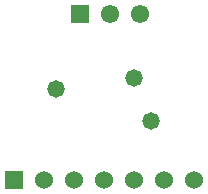
<source format=gbs>
%FSTAX23Y23*%
%MOIN*%
%SFA1B1*%

%IPPOS*%
%ADD21R,0.061024X0.061024*%
%ADD22C,0.061024*%
%ADD23C,0.060000*%
%ADD24R,0.060000X0.060000*%
%ADD25C,0.058000*%
%LNpcb1-1*%
%LPD*%
G54D21*
X04151Y02381D03*
G54D22*
X04251Y02381D03*
X04351D03*
G54D23*
X0453Y01825D03*
X0443D03*
X0433D03*
X0423D03*
X0413D03*
X0403D03*
G54D24*
X0393Y01825D03*
G54D25*
X0433Y02167D03*
X04388Y02022D03*
X04071Y02128D03*
M02*
</source>
